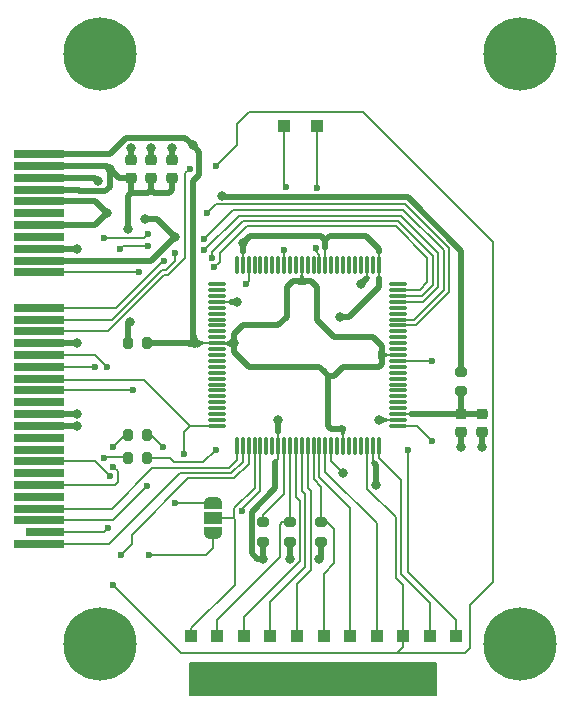
<source format=gbr>
%TF.GenerationSoftware,KiCad,Pcbnew,8.0.6*%
%TF.CreationDate,2024-12-27T08:32:01-06:00*%
%TF.ProjectId,RECESSIM-CW312T-SAM4C32,52454345-5353-4494-9d2d-435733313254,rev?*%
%TF.SameCoordinates,Original*%
%TF.FileFunction,Copper,L1,Top*%
%TF.FilePolarity,Positive*%
%FSLAX46Y46*%
G04 Gerber Fmt 4.6, Leading zero omitted, Abs format (unit mm)*
G04 Created by KiCad (PCBNEW 8.0.6) date 2024-12-27 08:32:01*
%MOMM*%
%LPD*%
G01*
G04 APERTURE LIST*
G04 Aperture macros list*
%AMRoundRect*
0 Rectangle with rounded corners*
0 $1 Rounding radius*
0 $2 $3 $4 $5 $6 $7 $8 $9 X,Y pos of 4 corners*
0 Add a 4 corners polygon primitive as box body*
4,1,4,$2,$3,$4,$5,$6,$7,$8,$9,$2,$3,0*
0 Add four circle primitives for the rounded corners*
1,1,$1+$1,$2,$3*
1,1,$1+$1,$4,$5*
1,1,$1+$1,$6,$7*
1,1,$1+$1,$8,$9*
0 Add four rect primitives between the rounded corners*
20,1,$1+$1,$2,$3,$4,$5,0*
20,1,$1+$1,$4,$5,$6,$7,0*
20,1,$1+$1,$6,$7,$8,$9,0*
20,1,$1+$1,$8,$9,$2,$3,0*%
%AMFreePoly0*
4,1,19,0.550000,-0.750000,0.000000,-0.750000,0.000000,-0.744911,-0.071157,-0.744911,-0.207708,-0.704816,-0.327430,-0.627875,-0.420627,-0.520320,-0.479746,-0.390866,-0.500000,-0.250000,-0.500000,0.250000,-0.479746,0.390866,-0.420627,0.520320,-0.327430,0.627875,-0.207708,0.704816,-0.071157,0.744911,0.000000,0.744911,0.000000,0.750000,0.550000,0.750000,0.550000,-0.750000,0.550000,-0.750000,
$1*%
%AMFreePoly1*
4,1,19,0.000000,0.744911,0.071157,0.744911,0.207708,0.704816,0.327430,0.627875,0.420627,0.520320,0.479746,0.390866,0.500000,0.250000,0.500000,-0.250000,0.479746,-0.390866,0.420627,-0.520320,0.327430,-0.627875,0.207708,-0.704816,0.071157,-0.744911,0.000000,-0.744911,0.000000,-0.750000,-0.550000,-0.750000,-0.550000,0.750000,0.000000,0.750000,0.000000,0.744911,0.000000,0.744911,
$1*%
G04 Aperture macros list end*
%TA.AperFunction,SMDPad,CuDef*%
%ADD10RoundRect,0.070000X-0.667500X-0.070000X0.667500X-0.070000X0.667500X0.070000X-0.667500X0.070000X0*%
%TD*%
%TA.AperFunction,SMDPad,CuDef*%
%ADD11RoundRect,0.070000X-0.070000X-0.667500X0.070000X-0.667500X0.070000X0.667500X-0.070000X0.667500X0*%
%TD*%
%TA.AperFunction,SMDPad,CuDef*%
%ADD12R,1.000000X1.000000*%
%TD*%
%TA.AperFunction,SMDPad,CuDef*%
%ADD13RoundRect,0.200000X-0.275000X0.200000X-0.275000X-0.200000X0.275000X-0.200000X0.275000X0.200000X0*%
%TD*%
%TA.AperFunction,ConnectorPad*%
%ADD14R,4.300000X0.700000*%
%TD*%
%TA.AperFunction,ConnectorPad*%
%ADD15R,3.200000X0.700000*%
%TD*%
%TA.AperFunction,ComponentPad*%
%ADD16C,1.000000*%
%TD*%
%TA.AperFunction,ComponentPad*%
%ADD17C,6.200000*%
%TD*%
%TA.AperFunction,SMDPad,CuDef*%
%ADD18RoundRect,0.225000X-0.250000X0.225000X-0.250000X-0.225000X0.250000X-0.225000X0.250000X0.225000X0*%
%TD*%
%TA.AperFunction,SMDPad,CuDef*%
%ADD19RoundRect,0.200000X0.275000X-0.200000X0.275000X0.200000X-0.275000X0.200000X-0.275000X-0.200000X0*%
%TD*%
%TA.AperFunction,SMDPad,CuDef*%
%ADD20RoundRect,0.200000X-0.200000X-0.275000X0.200000X-0.275000X0.200000X0.275000X-0.200000X0.275000X0*%
%TD*%
%TA.AperFunction,SMDPad,CuDef*%
%ADD21RoundRect,0.225000X0.250000X-0.225000X0.250000X0.225000X-0.250000X0.225000X-0.250000X-0.225000X0*%
%TD*%
%TA.AperFunction,SMDPad,CuDef*%
%ADD22FreePoly0,90.000000*%
%TD*%
%TA.AperFunction,SMDPad,CuDef*%
%ADD23R,1.500000X1.000000*%
%TD*%
%TA.AperFunction,SMDPad,CuDef*%
%ADD24FreePoly1,90.000000*%
%TD*%
%TA.AperFunction,ViaPad*%
%ADD25C,0.800000*%
%TD*%
%TA.AperFunction,ViaPad*%
%ADD26C,0.600000*%
%TD*%
%TA.AperFunction,Conductor*%
%ADD27C,0.200000*%
%TD*%
%TA.AperFunction,Conductor*%
%ADD28C,0.500000*%
%TD*%
G04 APERTURE END LIST*
D10*
%TO.P,U1,1,PB6*%
%TO.N,unconnected-(U1-PB6-Pad1)*%
X150882434Y-89030542D03*
%TO.P,U1,2,PB7*%
%TO.N,unconnected-(U1-PB7-Pad2)*%
X150882434Y-89530542D03*
%TO.P,U1,3,PB18*%
%TO.N,unconnected-(U1-PB18-Pad3)*%
X150882434Y-90030542D03*
%TO.P,U1,4,GND_1*%
%TO.N,GND*%
X150882434Y-90530542D03*
%TO.P,U1,5,PB19*%
%TO.N,unconnected-(U1-PB19-Pad5)*%
X150882434Y-91030542D03*
%TO.P,U1,6,PB8*%
%TO.N,unconnected-(U1-PB8-Pad6)*%
X150882434Y-91530542D03*
%TO.P,U1,7,PB22*%
%TO.N,unconnected-(U1-PB22-Pad7)*%
X150882434Y-92030542D03*
%TO.P,U1,8,PB30*%
%TO.N,unconnected-(U1-PB30-Pad8)*%
X150882434Y-92530542D03*
%TO.P,U1,9,PB25*%
%TO.N,unconnected-(U1-PB25-Pad9)*%
X150882434Y-93030542D03*
%TO.P,U1,10,PB24*%
%TO.N,unconnected-(U1-PB24-Pad10)*%
X150882434Y-93530542D03*
%TO.P,U1,11,VDDCORE_1*%
%TO.N,/SHUNTL*%
X150882434Y-94030542D03*
%TO.P,U1,12,PB29*%
%TO.N,unconnected-(U1-PB29-Pad12)*%
X150882434Y-94530542D03*
%TO.P,U1,13,PB9*%
%TO.N,unconnected-(U1-PB9-Pad13)*%
X150882434Y-95030542D03*
%TO.P,U1,14,PB10*%
%TO.N,unconnected-(U1-PB10-Pad14)*%
X150882434Y-95530542D03*
%TO.P,U1,15,PB11*%
%TO.N,unconnected-(U1-PB11-Pad15)*%
X150882434Y-96030542D03*
%TO.P,U1,16,PB12*%
%TO.N,unconnected-(U1-PB12-Pad16)*%
X150882434Y-96530542D03*
%TO.P,U1,17,PB14*%
%TO.N,unconnected-(U1-PB14-Pad17)*%
X150882434Y-97030542D03*
%TO.P,U1,18,PB15*%
%TO.N,unconnected-(U1-PB15-Pad18)*%
X150882434Y-97530542D03*
%TO.P,U1,19,PA26/PGMD14*%
%TO.N,unconnected-(U1-PA26{slash}PGMD14-Pad19)*%
X150882434Y-98030542D03*
%TO.P,U1,20,PA25/PGMD13*%
%TO.N,unconnected-(U1-PA25{slash}PGMD13-Pad20)*%
X150882434Y-98530542D03*
%TO.P,U1,21,PA24/PGMD12*%
%TO.N,unconnected-(U1-PA24{slash}PGMD12-Pad21)*%
X150882434Y-99030542D03*
%TO.P,U1,22,PA20/PGMD8*%
%TO.N,unconnected-(U1-PA20{slash}PGMD8-Pad22)*%
X150882434Y-99530542D03*
%TO.P,U1,23,PA19/PGMD7*%
%TO.N,unconnected-(U1-PA19{slash}PGMD7-Pad23)*%
X150882434Y-100030542D03*
%TO.P,U1,24,PA18/PGMD6*%
%TO.N,unconnected-(U1-PA18{slash}PGMD6-Pad24)*%
X150882434Y-100530542D03*
%TO.P,U1,25,PA8/PGMM0*%
%TO.N,/GPIO3*%
X150882434Y-101030542D03*
D11*
%TO.P,U1,26,TDI/PB0*%
%TO.N,/JTAG_TDI*%
X152544934Y-102693042D03*
%TO.P,U1,27,TCK/SWCLK/PB3*%
%TO.N,/JTAG_TCK*%
X153044934Y-102693042D03*
%TO.P,U1,28,TMS/SDWIO/PB2*%
%TO.N,/JTAG_TMS*%
X153544934Y-102693042D03*
%TO.P,U1,29,ERASE/PC9*%
%TO.N,Net-(JP1-C)*%
X154044934Y-102693042D03*
%TO.P,U1,30,TDO/TRACESWO/PB1/RTCOUT0*%
%TO.N,/JTAG_TDO*%
X154544934Y-102693042D03*
%TO.P,U1,31,PC1*%
%TO.N,unconnected-(U1-PC1-Pad31)*%
X155044934Y-102693042D03*
%TO.P,U1,32,PC6*%
%TO.N,unconnected-(U1-PC6-Pad32)*%
X155544934Y-102693042D03*
%TO.P,U1,33,VDDIO_1*%
%TO.N,VCC*%
X156044934Y-102693042D03*
%TO.P,U1,34,VDDBU*%
%TO.N,Net-(U1-VDDBU)*%
X156544934Y-102693042D03*
%TO.P,U1,35,FWUP*%
%TO.N,Net-(U1-FWUP)*%
X157044934Y-102693042D03*
%TO.P,U1,36,JTAGSEL*%
%TO.N,Net-(U1-JTAGSEL)*%
X157544934Y-102693042D03*
%TO.P,U1,37,SHDN*%
%TO.N,Net-(U1-SHDN)*%
X158044934Y-102693042D03*
%TO.P,U1,38,TST*%
%TO.N,Net-(U1-TST)*%
X158544934Y-102693042D03*
%TO.P,U1,39,WKUP0/TMP0*%
%TO.N,Net-(U1-WKUP0{slash}TMP0)*%
X159044934Y-102693042D03*
%TO.P,U1,40,XIN32*%
%TO.N,Net-(U1-XIN32)*%
X159544934Y-102693042D03*
%TO.P,U1,41,XOUT32*%
%TO.N,Net-(U1-XOUT32)*%
X160044934Y-102693042D03*
%TO.P,U1,42,GND_2*%
%TO.N,GND*%
X160544934Y-102693042D03*
%TO.P,U1,43,PB4*%
%TO.N,unconnected-(U1-PB4-Pad43)*%
X161044934Y-102693042D03*
%TO.P,U1,44,VDDCORE_2*%
%TO.N,/SHUNTL*%
X161544934Y-102693042D03*
%TO.P,U1,45,PB5*%
%TO.N,unconnected-(U1-PB5-Pad45)*%
X162044934Y-102693042D03*
%TO.P,U1,46,PC7*%
%TO.N,unconnected-(U1-PC7-Pad46)*%
X162544934Y-102693042D03*
%TO.P,U1,47,PC0*%
%TO.N,unconnected-(U1-PC0-Pad47)*%
X163044934Y-102693042D03*
%TO.P,U1,48,NRST*%
%TO.N,/nRST*%
X163544934Y-102693042D03*
%TO.P,U1,49,VDDIO_2*%
%TO.N,VCC*%
X164044934Y-102693042D03*
%TO.P,U1,50,PA30/XOUT*%
%TO.N,Net-(U1-PA30{slash}XOUT)*%
X164544934Y-102693042D03*
D10*
%TO.P,U1,51,PA31/XIN*%
%TO.N,Net-(U1-PA31{slash}XIN)*%
X166207434Y-101030542D03*
%TO.P,U1,52,GND_3*%
%TO.N,GND*%
X166207434Y-100530542D03*
%TO.P,U1,53,VDDPLL*%
%TO.N,Net-(U1-VDDPLL)*%
X166207434Y-100030542D03*
%TO.P,U1,54,PC8*%
%TO.N,unconnected-(U1-PC8-Pad54)*%
X166207434Y-99530542D03*
%TO.P,U1,55,PC5*%
%TO.N,unconnected-(U1-PC5-Pad55)*%
X166207434Y-99030542D03*
%TO.P,U1,56,PC4*%
%TO.N,unconnected-(U1-PC4-Pad56)*%
X166207434Y-98530542D03*
%TO.P,U1,57,PC3*%
%TO.N,unconnected-(U1-PC3-Pad57)*%
X166207434Y-98030542D03*
%TO.P,U1,58,PC2*%
%TO.N,unconnected-(U1-PC2-Pad58)*%
X166207434Y-97530542D03*
%TO.P,U1,59,PA29*%
%TO.N,unconnected-(U1-PA29-Pad59)*%
X166207434Y-97030542D03*
%TO.P,U1,60,PA28*%
%TO.N,unconnected-(U1-PA28-Pad60)*%
X166207434Y-96530542D03*
%TO.P,U1,61,PA27/PGMD15*%
%TO.N,unconnected-(U1-PA27{slash}PGMD15-Pad61)*%
X166207434Y-96030542D03*
%TO.P,U1,62,PA6/PGMNOE*%
%TO.N,Net-(U1-PA6{slash}PGMNOE)*%
X166207434Y-95530542D03*
%TO.P,U1,63,VDDCORE_3*%
%TO.N,/SHUNTL*%
X166207434Y-95030542D03*
%TO.P,U1,64,PA3*%
%TO.N,unconnected-(U1-PA3-Pad64)*%
X166207434Y-94530542D03*
%TO.P,U1,65,PA21/PGMD9*%
%TO.N,unconnected-(U1-PA21{slash}PGMD9-Pad65)*%
X166207434Y-94030542D03*
%TO.P,U1,66,PA22/PGMD10*%
%TO.N,unconnected-(U1-PA22{slash}PGMD10-Pad66)*%
X166207434Y-93530542D03*
%TO.P,U1,67,PA23/PGMD11*%
%TO.N,unconnected-(U1-PA23{slash}PGMD11-Pad67)*%
X166207434Y-93030542D03*
%TO.P,U1,68,PA9/PGMM1*%
%TO.N,/GPIO2_RX*%
X166207434Y-92530542D03*
%TO.P,U1,69,PA10/PGMM2*%
%TO.N,/GPIO1_TX*%
X166207434Y-92030542D03*
%TO.P,U1,70,PA11/PGMM3*%
%TO.N,unconnected-(U1-PA11{slash}PGMM3-Pad70)*%
X166207434Y-91530542D03*
%TO.P,U1,71,PA13/PGMD1*%
%TO.N,unconnected-(U1-PA13{slash}PGMD1-Pad71)*%
X166207434Y-91030542D03*
%TO.P,U1,72,PA14/PGMD2*%
%TO.N,/LED3*%
X166207434Y-90530542D03*
%TO.P,U1,73,PA15/PGMD3*%
%TO.N,/LED2*%
X166207434Y-90030542D03*
%TO.P,U1,74,PA16/PGMD4*%
%TO.N,/LED1*%
X166207434Y-89530542D03*
%TO.P,U1,75,PA17/PGMD5*%
%TO.N,unconnected-(U1-PA17{slash}PGMD5-Pad75)*%
X166207434Y-89030542D03*
D11*
%TO.P,U1,76,VDDIO_3*%
%TO.N,VCC*%
X164544934Y-87368042D03*
%TO.P,U1,77,ADVREF*%
%TO.N,unconnected-(U1-ADVREF-Pad77)*%
X164044934Y-87368042D03*
%TO.P,U1,78,GND_4*%
%TO.N,GND*%
X163544934Y-87368042D03*
%TO.P,U1,79,PB31/AD5*%
%TO.N,unconnected-(U1-PB31{slash}AD5-Pad79)*%
X163044934Y-87368042D03*
%TO.P,U1,80,PB23/AD4*%
%TO.N,unconnected-(U1-PB23{slash}AD4-Pad80)*%
X162544934Y-87368042D03*
%TO.P,U1,81,PB13/AD3*%
%TO.N,unconnected-(U1-PB13{slash}AD3-Pad81)*%
X162044934Y-87368042D03*
%TO.P,U1,82,PA5/AD2/PGMRDY*%
%TO.N,unconnected-(U1-PA5{slash}AD2{slash}PGMRDY-Pad82)*%
X161544934Y-87368042D03*
%TO.P,U1,83,PA4/AD1/PGMNCMD*%
%TO.N,unconnected-(U1-PA4{slash}AD1{slash}PGMNCMD-Pad83)*%
X161044934Y-87368042D03*
%TO.P,U1,84,PA12/AD0/PGMD0*%
%TO.N,unconnected-(U1-PA12{slash}AD0{slash}PGMD0-Pad84)*%
X160544934Y-87368042D03*
%TO.P,U1,85,VDDIN*%
%TO.N,VCC*%
X160044934Y-87368042D03*
%TO.P,U1,86,VDDOUT*%
%TO.N,Net-(U1-VDDOUT)*%
X159544934Y-87368042D03*
%TO.P,U1,87,PB21*%
%TO.N,unconnected-(U1-PB21-Pad87)*%
X159044934Y-87368042D03*
%TO.P,U1,88,PB20*%
%TO.N,unconnected-(U1-PB20-Pad88)*%
X158544934Y-87368042D03*
%TO.P,U1,89,VDDCORE_4*%
%TO.N,/SHUNTL*%
X158044934Y-87368042D03*
%TO.P,U1,90,PA0/PGMEN0*%
%TO.N,unconnected-(U1-PA0{slash}PGMEN0-Pad90)*%
X157544934Y-87368042D03*
%TO.P,U1,91,PB27/TMP2*%
%TO.N,unconnected-(U1-PB27{slash}TMP2-Pad91)*%
X157044934Y-87368042D03*
%TO.P,U1,92,VDDLCD*%
%TO.N,Net-(U1-VDDLCD)*%
X156544934Y-87368042D03*
%TO.P,U1,93,PB26*%
%TO.N,unconnected-(U1-PB26-Pad93)*%
X156044934Y-87368042D03*
%TO.P,U1,94,PB28/TMP3*%
%TO.N,unconnected-(U1-PB28{slash}TMP3-Pad94)*%
X155544934Y-87368042D03*
%TO.P,U1,95,PB16/TMP1*%
%TO.N,unconnected-(U1-PB16{slash}TMP1-Pad95)*%
X155044934Y-87368042D03*
%TO.P,U1,96,PA1/PGMEN1*%
%TO.N,unconnected-(U1-PA1{slash}PGMEN1-Pad96)*%
X154544934Y-87368042D03*
%TO.P,U1,97,PB17*%
%TO.N,unconnected-(U1-PB17-Pad97)*%
X154044934Y-87368042D03*
%TO.P,U1,98,PA7/PGMNVALID*%
%TO.N,/GPIO4*%
X153544934Y-87368042D03*
%TO.P,U1,99,VDDIO_4*%
%TO.N,VCC*%
X153044934Y-87368042D03*
%TO.P,U1,100,PA2*%
%TO.N,unconnected-(U1-PA2-Pad100)*%
X152544934Y-87368042D03*
%TD*%
D12*
%TO.P,TP15,1,1*%
%TO.N,/nRST*%
X166644934Y-118780542D03*
%TD*%
D13*
%TO.P,R7,1*%
%TO.N,VCC1.2*%
X171550000Y-96450000D03*
%TO.P,R7,2*%
%TO.N,Net-(U1-VDDPLL)*%
X171550000Y-98100000D03*
%TD*%
D14*
%TO.P,P1,B1*%
%TO.N,/SHUNTL*%
X135794934Y-78030542D03*
%TO.P,P1,B2*%
%TO.N,/FILT_HP*%
X135794934Y-79030542D03*
%TO.P,P1,B3*%
%TO.N,GND*%
X135794934Y-80030542D03*
%TO.P,P1,B4*%
%TO.N,/FILT_HP*%
X135794934Y-81030542D03*
%TO.P,P1,B5*%
%TO.N,VCC1.2*%
X135794934Y-82030542D03*
%TO.P,P1,B6*%
%TO.N,/VCC1.0*%
X135794934Y-83030542D03*
%TO.P,P1,B7*%
%TO.N,VCC1.2*%
X135794934Y-84030542D03*
%TO.P,P1,B8*%
%TO.N,/VCC1.8*%
X135794934Y-85030542D03*
%TO.P,P1,B9*%
%TO.N,GND*%
X135794934Y-86030542D03*
%TO.P,P1,B10*%
%TO.N,VCC*%
X135794934Y-87030542D03*
%TO.P,P1,B11*%
%TO.N,/LED1*%
X135794934Y-88030542D03*
%TO.P,P1,B12*%
%TO.N,/LED2*%
X135794934Y-91030542D03*
%TO.P,P1,B13*%
%TO.N,/LED3*%
X135794934Y-92030542D03*
%TO.P,P1,B14*%
%TO.N,/nRST*%
X135794934Y-93030542D03*
%TO.P,P1,B15*%
%TO.N,GND*%
X135794934Y-94030542D03*
%TO.P,P1,B16*%
%TO.N,/GPIO1_TX*%
X135794934Y-95030542D03*
%TO.P,P1,B17*%
%TO.N,/GPIO2_RX*%
X135794934Y-96030542D03*
%TO.P,P1,B18*%
%TO.N,/GPIO3*%
X135794934Y-97030542D03*
%TO.P,P1,B19*%
%TO.N,/GPIO4*%
X135794934Y-98030542D03*
%TO.P,P1,B20*%
%TO.N,/SCK*%
X135794934Y-99030542D03*
%TO.P,P1,B21*%
%TO.N,GND*%
X135794934Y-100030542D03*
%TO.P,P1,B22*%
X135794934Y-101030542D03*
%TO.P,P1,B23*%
%TO.N,/MISO*%
X135794934Y-102030542D03*
%TO.P,P1,B24*%
%TO.N,/MOSI*%
X135794934Y-103030542D03*
%TO.P,P1,B25*%
%TO.N,/BOOT_MODE*%
X135794934Y-104030542D03*
%TO.P,P1,B26*%
%TO.N,/CS*%
X135794934Y-105030542D03*
%TO.P,P1,B27*%
%TO.N,/CLKIN*%
X135794934Y-106030542D03*
%TO.P,P1,B28*%
%TO.N,unconnected-(P1-PadB28)*%
X135794934Y-107030542D03*
%TO.P,P1,B29*%
%TO.N,/JTAG_TDI*%
X135794934Y-108030542D03*
%TO.P,P1,B30*%
%TO.N,/JTAG_TDO*%
X135794934Y-109030542D03*
D15*
%TO.P,P1,B31*%
%TO.N,/JTAG_TMS*%
X136344934Y-110030542D03*
D14*
%TO.P,P1,B32*%
%TO.N,/JTAG_TCK*%
X135794934Y-111030542D03*
D16*
%TO.P,P1,MH1,MH*%
%TO.N,GND*%
X140994934Y-121880542D03*
X139334934Y-121190542D03*
X142654934Y-121190542D03*
X138644934Y-119530542D03*
D17*
X140994934Y-119530542D03*
D16*
X143344934Y-119530542D03*
X139334934Y-117870542D03*
X142654934Y-117870542D03*
X140994934Y-117180542D03*
%TO.P,P1,MH2,MH*%
X140984934Y-71880542D03*
X139324934Y-71190542D03*
X142644934Y-71190542D03*
X138644934Y-69530542D03*
D17*
X140994934Y-69530542D03*
D16*
X143344934Y-69530542D03*
X139324934Y-67870542D03*
X142644934Y-67870542D03*
X140984934Y-67180542D03*
%TO.P,P1,MH3,MH*%
X176544934Y-121880542D03*
X174884934Y-121190542D03*
X178204934Y-121190542D03*
X174194934Y-119530542D03*
D17*
X176544934Y-119530542D03*
D16*
X178894934Y-119530542D03*
X174884934Y-117870542D03*
X178204934Y-117870542D03*
X176544934Y-117180542D03*
%TO.P,P1,MH4,MH*%
X176544934Y-71880542D03*
X174884934Y-71190542D03*
X178204934Y-71190542D03*
X174194934Y-69530542D03*
D17*
X176544934Y-69530542D03*
D16*
X178894934Y-69530542D03*
X174884934Y-67870542D03*
X178204934Y-67870542D03*
X176544934Y-67180542D03*
%TD*%
D18*
%TO.P,C5,1*%
%TO.N,Net-(U1-VDDPLL)*%
X173294934Y-100005542D03*
%TO.P,C5,2*%
%TO.N,GND*%
X173294934Y-101555542D03*
%TD*%
D19*
%TO.P,R6,1*%
%TO.N,VCC*%
X159694934Y-110855542D03*
%TO.P,R6,2*%
%TO.N,Net-(U1-WKUP0{slash}TMP0)*%
X159694934Y-109205542D03*
%TD*%
D20*
%TO.P,R3,1*%
%TO.N,/FILT_HP*%
X143294934Y-94030542D03*
%TO.P,R3,2*%
%TO.N,/SHUNTL*%
X144944934Y-94030542D03*
%TD*%
D12*
%TO.P,TP14,1,1*%
%TO.N,Net-(U1-XOUT32)*%
X164394934Y-118780542D03*
%TD*%
%TO.P,TP7,1,1*%
%TO.N,Net-(U1-JTAGSEL)*%
X153144934Y-118780542D03*
%TD*%
%TO.P,TP10,1,1*%
%TO.N,Net-(U1-TST)*%
X157644934Y-118780542D03*
%TD*%
D21*
%TO.P,C3,1*%
%TO.N,/FILT_HP*%
X147044934Y-80055542D03*
%TO.P,C3,2*%
%TO.N,GND*%
X147044934Y-78505542D03*
%TD*%
D12*
%TO.P,TP9,1,1*%
%TO.N,Net-(U1-VDDLCD)*%
X156544934Y-75630542D03*
%TD*%
%TO.P,TP8,1,1*%
%TO.N,Net-(U1-SHDN)*%
X155394934Y-118780542D03*
%TD*%
%TO.P,TP16,1,1*%
%TO.N,Net-(U1-PA30{slash}XOUT)*%
X168894934Y-118780542D03*
%TD*%
%TO.P,TP13,1,1*%
%TO.N,Net-(U1-XIN32)*%
X162144934Y-118780542D03*
%TD*%
D20*
%TO.P,R2,1*%
%TO.N,/CLKIN*%
X143294934Y-101780542D03*
%TO.P,R2,2*%
%TO.N,Net-(U1-PA31{slash}XIN)*%
X144944934Y-101780542D03*
%TD*%
D21*
%TO.P,C2,1*%
%TO.N,/FILT_HP*%
X145294934Y-80030542D03*
%TO.P,C2,2*%
%TO.N,GND*%
X145294934Y-78480542D03*
%TD*%
D18*
%TO.P,C4,1*%
%TO.N,Net-(U1-VDDPLL)*%
X171544934Y-100005542D03*
%TO.P,C4,2*%
%TO.N,GND*%
X171544934Y-101555542D03*
%TD*%
D22*
%TO.P,JP1,1,A*%
%TO.N,/BOOT_MODE*%
X150544934Y-110130542D03*
D23*
%TO.P,JP1,2,C*%
%TO.N,Net-(JP1-C)*%
X150544934Y-108830542D03*
D24*
%TO.P,JP1,3,B*%
%TO.N,/GPIO3*%
X150544934Y-107530542D03*
%TD*%
D12*
%TO.P,TP22,1,1*%
%TO.N,Net-(U1-PA6{slash}PGMNOE)*%
X171094934Y-118780542D03*
%TD*%
%TO.P,TP11,1,1*%
%TO.N,Net-(U1-VDDOUT)*%
X159294934Y-75630542D03*
%TD*%
%TO.P,TP12,1,1*%
%TO.N,Net-(U1-WKUP0{slash}TMP0)*%
X159894934Y-118780542D03*
%TD*%
D19*
%TO.P,R5,1*%
%TO.N,VCC*%
X157044934Y-110855542D03*
%TO.P,R5,2*%
%TO.N,Net-(U1-FWUP)*%
X157044934Y-109205542D03*
%TD*%
D20*
%TO.P,R1,1*%
%TO.N,/CLK_FROM_SAM*%
X143294934Y-103780542D03*
%TO.P,R1,2*%
%TO.N,Net-(U1-PA6{slash}PGMNOE)*%
X144944934Y-103780542D03*
%TD*%
D21*
%TO.P,C1,1*%
%TO.N,/FILT_HP*%
X143544934Y-80030542D03*
%TO.P,C1,2*%
%TO.N,GND*%
X143544934Y-78480542D03*
%TD*%
D19*
%TO.P,R4,1*%
%TO.N,VCC*%
X154794934Y-110855542D03*
%TO.P,R4,2*%
%TO.N,Net-(U1-VDDBU)*%
X154794934Y-109205542D03*
%TD*%
D12*
%TO.P,TP6,1,1*%
%TO.N,Net-(U1-FWUP)*%
X150894934Y-118780542D03*
%TD*%
%TO.P,TP5,1,1*%
%TO.N,Net-(JP1-C)*%
X148644934Y-118780542D03*
%TD*%
D25*
%TO.N,GND*%
X161544934Y-105030542D03*
X145294934Y-77530542D03*
X164544934Y-100530542D03*
X163044934Y-89030542D03*
X139044934Y-94030542D03*
X152544934Y-90530542D03*
X171544934Y-102780542D03*
X139044934Y-101030542D03*
X143544934Y-77530542D03*
X139044934Y-100030542D03*
X139044930Y-86030542D03*
X140794934Y-80280542D03*
X147044934Y-77530542D03*
X173294934Y-102780542D03*
%TO.N,/FILT_HP*%
X143494934Y-92200000D03*
X141794934Y-79280550D03*
X143294934Y-84380542D03*
D26*
%TO.N,/SHUNTL*%
X158044934Y-88780542D03*
D25*
X152294934Y-94030542D03*
X148794934Y-77280542D03*
X148994934Y-94030542D03*
D26*
X161544934Y-101280542D03*
X164794934Y-95030542D03*
D25*
%TO.N,VCC1.2*%
X151294934Y-81530542D03*
X141544934Y-83030542D03*
D26*
%TO.N,/BOOT_MODE*%
X141794930Y-105280542D03*
X145150000Y-112000000D03*
%TO.N,/GPIO3*%
X147350000Y-107550000D03*
X148044934Y-103430542D03*
%TO.N,/GPIO4*%
X143794934Y-98030542D03*
X153294934Y-89030542D03*
%TO.N,/GPIO1_TX*%
X145044934Y-85780542D03*
X141550000Y-96050004D03*
X149794934Y-85180542D03*
X142650000Y-86080542D03*
%TO.N,/LED3*%
X149744934Y-86180542D03*
X147344934Y-86430542D03*
%TO.N,/nRST*%
X148544934Y-79280542D03*
X142044934Y-114530542D03*
X150794934Y-79030542D03*
%TO.N,/CLK_FROM_SAM*%
X141294934Y-103780542D03*
%TO.N,/JTAG_TDO*%
X152995392Y-108253452D03*
X144950000Y-106150000D03*
D25*
%TO.N,VCC*%
X164294934Y-106030542D03*
X159544934Y-112280542D03*
X144794934Y-83530542D03*
X161294934Y-91780542D03*
X154794934Y-112280542D03*
X153044934Y-85530542D03*
X147294934Y-85030542D03*
X156044934Y-100530542D03*
X157044934Y-112280542D03*
D26*
%TO.N,/LED1*%
X150623771Y-87611518D03*
X144294934Y-88030536D03*
%TO.N,/CLKIN*%
X142063727Y-104474159D03*
X142044934Y-102780542D03*
%TO.N,/GPIO2_RX*%
X150044934Y-83030542D03*
X141294934Y-85130542D03*
X140550000Y-96030542D03*
X145044934Y-84780542D03*
%TO.N,/LED2*%
X146394934Y-87080542D03*
X150444934Y-86780542D03*
%TO.N,/JTAG_TMS*%
X141650000Y-109700008D03*
X142750000Y-111950000D03*
%TO.N,Net-(U1-PA31{slash}XIN)*%
X146294934Y-102780542D03*
X169044934Y-102280542D03*
%TO.N,Net-(U1-PA6{slash}PGMNOE)*%
X150794934Y-103030542D03*
X167044934Y-103030542D03*
X169044934Y-95530542D03*
%TO.N,Net-(U1-VDDOUT)*%
X159244934Y-85927326D03*
X159345905Y-80880542D03*
%TO.N,Net-(U1-VDDLCD)*%
X156692212Y-80820197D03*
X156544934Y-86130542D03*
%TD*%
D27*
%TO.N,Net-(U1-PA30{slash}XOUT)*%
X166444934Y-105930000D02*
X166444934Y-113580542D01*
X164544934Y-102693042D02*
X164544934Y-103732014D01*
X164544934Y-103732014D02*
X166444934Y-105632014D01*
X166444934Y-105632014D02*
X166444934Y-105930000D01*
D28*
%TO.N,GND*%
X145319934Y-78505542D02*
X145294934Y-78480542D01*
D27*
X160544934Y-104030542D02*
X161544934Y-105030542D01*
D28*
X171544934Y-101555542D02*
X171544934Y-102780542D01*
X135794934Y-80030542D02*
X140544934Y-80030542D01*
X152544934Y-90530542D02*
X152044934Y-90530542D01*
X143544934Y-78480542D02*
X143544934Y-77530542D01*
D27*
X152044934Y-90530542D02*
X150882434Y-90530542D01*
D28*
X135794934Y-100030542D02*
X139044934Y-100030542D01*
X135794934Y-94030542D02*
X139044934Y-94030542D01*
D27*
X160544934Y-102693042D02*
X160544934Y-104030542D01*
X166207434Y-100530542D02*
X164544934Y-100530542D01*
X163544934Y-87368042D02*
X163544934Y-88530542D01*
D28*
X135794934Y-101030542D02*
X139044934Y-101030542D01*
X173294934Y-101555542D02*
X173294934Y-102780542D01*
X135794934Y-86030542D02*
X139044930Y-86030542D01*
X145294934Y-78480542D02*
X145294934Y-77530542D01*
X147044934Y-78505542D02*
X147044934Y-77530542D01*
X163044934Y-89030542D02*
X163544934Y-88530542D01*
X140544934Y-80030542D02*
X140794934Y-80280542D01*
%TO.N,/FILT_HP*%
X145544934Y-81280542D02*
X145294934Y-81030542D01*
X135794934Y-81030542D02*
X139094934Y-81030542D01*
X142544926Y-80030542D02*
X141794934Y-79280550D01*
X143544934Y-81280542D02*
X143544934Y-80030542D01*
X139094934Y-81030542D02*
X139244934Y-81180542D01*
X143544934Y-81280542D02*
X143294934Y-81530542D01*
X147044934Y-80055542D02*
X147044934Y-81030542D01*
X147019934Y-80030542D02*
X147044934Y-80055542D01*
X141394934Y-81180542D02*
X139244934Y-81180542D01*
X145294934Y-80030542D02*
X145294934Y-81030542D01*
X141794934Y-80780542D02*
X141794934Y-79280550D01*
X143294934Y-92400000D02*
X143494934Y-92200000D01*
X135794934Y-79030542D02*
X141544926Y-79030542D01*
X146794934Y-81280542D02*
X145544934Y-81280542D01*
X143294934Y-94030542D02*
X143294934Y-92400000D01*
X145044934Y-81280542D02*
X143544934Y-81280542D01*
X145294934Y-81030542D02*
X145044934Y-81280542D01*
X143544934Y-80030542D02*
X142544926Y-80030542D01*
X141394934Y-81180542D02*
X141794934Y-80780542D01*
X143294934Y-81530542D02*
X143294934Y-84380542D01*
X147044934Y-81030542D02*
X146794934Y-81280542D01*
X141544926Y-79030542D02*
X141794934Y-79280550D01*
%TO.N,/SHUNTL*%
X164044934Y-93530542D02*
X160794934Y-93530542D01*
X135794934Y-78030542D02*
X141772141Y-78030542D01*
X148844934Y-80258360D02*
X148844934Y-93880542D01*
X148144934Y-76630542D02*
X148794934Y-77280542D01*
D27*
X161544934Y-102693042D02*
X161544934Y-101280542D01*
D28*
X160294934Y-101030542D02*
X160544934Y-101280542D01*
X152294934Y-94030542D02*
X152294934Y-93280542D01*
D27*
X158044934Y-87368042D02*
X158044934Y-88780542D01*
D28*
X160794934Y-93530542D02*
X159294934Y-92030542D01*
X141772141Y-78030542D02*
X143172141Y-76630542D01*
X148794934Y-77280542D02*
X149344934Y-77830542D01*
X156044934Y-92530542D02*
X156794934Y-91780542D01*
X148844934Y-93880542D02*
X148994934Y-94030542D01*
X152294934Y-93280542D02*
X153044934Y-92530542D01*
X144944934Y-94030542D02*
X148994934Y-94030542D01*
X149344934Y-79758360D02*
X148844934Y-80258360D01*
X164794934Y-94280542D02*
X164044934Y-93530542D01*
X164794934Y-95780542D02*
X164794934Y-95030542D01*
X159294934Y-89280542D02*
X158794934Y-88780542D01*
X156794934Y-89280542D02*
X157294934Y-88780542D01*
X143172141Y-76630542D02*
X148144934Y-76630542D01*
X160544934Y-101280542D02*
X161544934Y-101280542D01*
X157294934Y-88780542D02*
X158044934Y-88780542D01*
D27*
X149294934Y-94030542D02*
X150882434Y-94030542D01*
D28*
X153544934Y-96030542D02*
X159544934Y-96030542D01*
D27*
X166207434Y-95030542D02*
X164794934Y-95030542D01*
D28*
X152294934Y-94030542D02*
X152294934Y-94780542D01*
X159294934Y-92030542D02*
X159294934Y-89280542D01*
X152294934Y-94780542D02*
X153544934Y-96030542D01*
X158044934Y-88780542D02*
X157994934Y-88730542D01*
X160794934Y-96780542D02*
X161544934Y-96030542D01*
X156794934Y-91780542D02*
X156794934Y-89280542D01*
X158794934Y-88780542D02*
X158044934Y-88780542D01*
X164544934Y-96030542D02*
X164794934Y-95780542D01*
X153044934Y-92530542D02*
X156044934Y-92530542D01*
X149344934Y-77830542D02*
X149344934Y-79758360D01*
X159544934Y-96030542D02*
X159919934Y-96405542D01*
X161544934Y-96030542D02*
X164544934Y-96030542D01*
X159919934Y-96405542D02*
X160294934Y-96780542D01*
X164794934Y-95030542D02*
X164794934Y-94280542D01*
X148994934Y-94030542D02*
X149294934Y-94030542D01*
X160294934Y-96780542D02*
X160294934Y-101030542D01*
D27*
X150882434Y-94030542D02*
X152294934Y-94030542D01*
D28*
X160294934Y-96780542D02*
X160794934Y-96780542D01*
%TO.N,VCC1.2*%
X140544934Y-84030542D02*
X141544934Y-83030542D01*
X140544934Y-82030542D02*
X135794934Y-82030542D01*
X171550000Y-86187080D02*
X167043462Y-81680542D01*
X151444934Y-81680542D02*
X151294934Y-81530542D01*
X171550000Y-96450000D02*
X171550000Y-86187080D01*
X167043462Y-81680542D02*
X151444934Y-81680542D01*
X141544934Y-83030542D02*
X140544934Y-82030542D01*
X135794934Y-84030542D02*
X140544934Y-84030542D01*
D27*
%TO.N,/BOOT_MODE*%
X150544934Y-110130542D02*
X150544934Y-111355066D01*
X141794930Y-105280542D02*
X140544930Y-104030542D01*
X140544930Y-104030542D02*
X135794934Y-104030542D01*
X149900000Y-112000000D02*
X145150000Y-112000000D01*
X150544934Y-111355066D02*
X149900000Y-112000000D01*
%TO.N,/GPIO3*%
X148544934Y-101030542D02*
X148044934Y-101530542D01*
X148044934Y-101530542D02*
X148044934Y-103430542D01*
X144694934Y-97180542D02*
X135944934Y-97180542D01*
X150882434Y-101030542D02*
X148544934Y-101030542D01*
X135944934Y-97180542D02*
X135794934Y-97030542D01*
X150544934Y-107530542D02*
X147369458Y-107530542D01*
X148544934Y-101030542D02*
X144694934Y-97180542D01*
X147369458Y-107530542D02*
X147350000Y-107550000D01*
%TO.N,Net-(JP1-C)*%
X152350000Y-108935608D02*
X152244934Y-108830542D01*
X154044934Y-106284671D02*
X152345392Y-107984213D01*
X148644934Y-118180542D02*
X152350000Y-114475476D01*
X148644934Y-118780542D02*
X148644934Y-118180542D01*
X152244934Y-108830542D02*
X150544934Y-108830542D01*
X152350000Y-114475476D02*
X152350000Y-108935608D01*
X152345392Y-108730084D02*
X152244934Y-108830542D01*
X154044934Y-102693042D02*
X154044934Y-106284671D01*
X152345392Y-107984213D02*
X152345392Y-108730084D01*
%TO.N,/GPIO4*%
X153544934Y-88780542D02*
X153294934Y-89030542D01*
X153544934Y-87368042D02*
X153544934Y-88780542D01*
X143794934Y-98030542D02*
X135794934Y-98030542D01*
%TO.N,/GPIO1_TX*%
X140530538Y-95030542D02*
X141550000Y-96050004D01*
X135794934Y-95030542D02*
X140530538Y-95030542D01*
X152244934Y-82730542D02*
X166594934Y-82730542D01*
X170044934Y-89529290D02*
X167543682Y-92030542D01*
X142950000Y-85780542D02*
X142650000Y-86080542D01*
X170044934Y-86180542D02*
X170044934Y-89529290D01*
X167543682Y-92030542D02*
X166207434Y-92030542D01*
X145044934Y-85780542D02*
X142950000Y-85780542D01*
X166594934Y-82730542D02*
X170044934Y-86180542D01*
X149794934Y-85180542D02*
X152244934Y-82730542D01*
%TO.N,/LED3*%
X152694934Y-83230542D02*
X166444934Y-83230542D01*
X141967335Y-92030542D02*
X135794934Y-92030542D01*
X146173938Y-87823939D02*
X141967335Y-92030542D01*
X168344934Y-90530542D02*
X166207434Y-90530542D01*
X149744934Y-86180542D02*
X152694934Y-83230542D01*
X147344934Y-86430542D02*
X147344934Y-87052943D01*
X169594934Y-86380542D02*
X169594934Y-89280542D01*
X166444934Y-83230542D02*
X169594934Y-86380542D01*
X147344934Y-87052943D02*
X146573938Y-87823939D01*
X146573938Y-87823939D02*
X146173938Y-87823939D01*
X169594934Y-89280542D02*
X168344934Y-90530542D01*
%TO.N,/nRST*%
X166100000Y-120300000D02*
X165464392Y-120300000D01*
X172300000Y-116200000D02*
X172300000Y-119850000D01*
X174244934Y-85480542D02*
X174244934Y-114255066D01*
X135794934Y-93030542D02*
X141603731Y-93030542D01*
X165984273Y-113869881D02*
X166644934Y-114530542D01*
X172300000Y-119850000D02*
X171850000Y-120300000D01*
X163544934Y-106341203D02*
X165984273Y-108780542D01*
X146742136Y-88292137D02*
X148194934Y-86839339D01*
X166644934Y-114530542D02*
X166644934Y-118780542D01*
X152594934Y-75430542D02*
X153594934Y-74430542D01*
X148194934Y-86839339D02*
X148194934Y-79630542D01*
X174244934Y-114255066D02*
X172300000Y-116200000D01*
X141603731Y-93030542D02*
X146342136Y-88292137D01*
X166644934Y-119755066D02*
X166100000Y-120300000D01*
X146342136Y-88292137D02*
X146742136Y-88292137D01*
X150794934Y-79030542D02*
X152594934Y-77230542D01*
X142044934Y-114530542D02*
X147814392Y-120300000D01*
X147814392Y-120300000D02*
X165464392Y-120300000D01*
X163544934Y-102693042D02*
X163544934Y-106341203D01*
X163194934Y-74430542D02*
X174244934Y-85480542D01*
X153594934Y-74430542D02*
X163194934Y-74430542D01*
X171850000Y-120300000D02*
X166100000Y-120300000D01*
X166644934Y-118780542D02*
X166644934Y-119755066D01*
X152594934Y-77230542D02*
X152594934Y-75430542D01*
X165984273Y-108780542D02*
X165984273Y-113869881D01*
X148194934Y-79630542D02*
X148544934Y-79280542D01*
%TO.N,/CLK_FROM_SAM*%
X141444934Y-103630542D02*
X143144934Y-103630542D01*
X141294934Y-103780542D02*
X141444934Y-103630542D01*
X143144934Y-103630542D02*
X143294934Y-103780542D01*
%TO.N,/JTAG_TDO*%
X142100000Y-109000000D02*
X144950000Y-106150000D01*
X154544934Y-102693042D02*
X154544934Y-106502725D01*
X135794934Y-109030542D02*
X135825476Y-109000000D01*
X152995392Y-108052267D02*
X152995392Y-108253452D01*
X154544934Y-106502725D02*
X152995392Y-108052267D01*
X135825476Y-109000000D02*
X142100000Y-109000000D01*
D28*
%TO.N,VCC*%
X155794934Y-106280542D02*
X155794934Y-104080542D01*
X145294934Y-87030542D02*
X135794934Y-87030542D01*
X164544934Y-86030542D02*
X164544934Y-86280542D01*
X147294934Y-85030542D02*
X145794934Y-83530542D01*
D27*
X160044934Y-87368042D02*
X160044934Y-85980542D01*
D28*
X160044934Y-85330542D02*
X160044934Y-85980542D01*
X159644934Y-84930542D02*
X160044934Y-85330542D01*
X162044934Y-91780542D02*
X164544934Y-89280542D01*
X164294934Y-104330542D02*
X164144934Y-104180542D01*
X154794934Y-112280542D02*
X154794934Y-110855542D01*
X153044934Y-85530542D02*
X153044934Y-86280542D01*
D27*
X156044934Y-103830542D02*
X155794934Y-104080542D01*
D28*
X161294934Y-91780542D02*
X162044934Y-91780542D01*
D27*
X156044934Y-101530542D02*
X156044934Y-102693042D01*
X153044934Y-86280542D02*
X153044934Y-87368042D01*
D28*
X156044934Y-100530542D02*
X156044934Y-101530542D01*
D27*
X164544934Y-87368042D02*
X164544934Y-88530542D01*
D28*
X154294934Y-112280542D02*
X153794934Y-111780542D01*
D27*
X164044934Y-104080542D02*
X164144934Y-104180542D01*
D28*
X160044934Y-85330542D02*
X160444934Y-84930542D01*
X145794934Y-83530542D02*
X144794934Y-83530542D01*
D27*
X156044934Y-102693042D02*
X156044934Y-103830542D01*
D28*
X153794934Y-111780542D02*
X153794934Y-108280542D01*
X157044934Y-112280542D02*
X157044934Y-110855542D01*
D27*
X164044934Y-102693042D02*
X164044934Y-104080542D01*
D28*
X164544934Y-89280542D02*
X164544934Y-88530542D01*
X164294934Y-106030542D02*
X164294934Y-104330542D01*
X159694934Y-110855542D02*
X159694934Y-112130542D01*
X147294934Y-85030542D02*
X145294934Y-87030542D01*
X153044934Y-85530542D02*
X153644934Y-84930542D01*
X159694934Y-112130542D02*
X159544934Y-112280542D01*
X153794934Y-108280542D02*
X155794934Y-106280542D01*
X160444934Y-84930542D02*
X163444934Y-84930542D01*
X154794934Y-112280542D02*
X154294934Y-112280542D01*
X163444934Y-84930542D02*
X164544934Y-86030542D01*
X153644934Y-84930542D02*
X159644934Y-84930542D01*
D27*
X164544934Y-86280542D02*
X164544934Y-87368042D01*
%TO.N,/LED1*%
X144294934Y-88030542D02*
X144294934Y-88030536D01*
X165994934Y-84130542D02*
X153380927Y-84130542D01*
X166207434Y-89530542D02*
X168032190Y-89530542D01*
X153380927Y-84130542D02*
X151094934Y-86416535D01*
X168032190Y-89530542D02*
X168688562Y-88874170D01*
X168688562Y-86824170D02*
X165994934Y-84130542D01*
X151094934Y-87140355D02*
X150623771Y-87611518D01*
X168688562Y-88874170D02*
X168688562Y-86824170D01*
X135794934Y-88030542D02*
X144294934Y-88030542D01*
X151094934Y-86416535D02*
X151094934Y-87140355D01*
%TO.N,/CLKIN*%
X142444934Y-104855366D02*
X142063727Y-104474159D01*
X143044934Y-101780542D02*
X142044934Y-102780542D01*
X142214173Y-106030542D02*
X142444934Y-105799781D01*
X143294934Y-101780542D02*
X143044934Y-101780542D01*
X135794934Y-106030542D02*
X142214173Y-106030542D01*
X142444934Y-105799781D02*
X142444934Y-104855366D01*
X135794934Y-106030542D02*
X135944934Y-106180542D01*
%TO.N,/GPIO2_RX*%
X170494934Y-89730542D02*
X167694934Y-92530542D01*
X144694934Y-85130542D02*
X141294934Y-85130542D01*
X167694934Y-92530542D02*
X166207434Y-92530542D01*
X145044934Y-84780542D02*
X144694934Y-85130542D01*
X150044934Y-83030542D02*
X150794934Y-82280542D01*
X150794934Y-82280542D02*
X166794934Y-82280542D01*
X170494934Y-85980542D02*
X170494934Y-89730542D01*
X135794934Y-96030542D02*
X140550000Y-96030542D01*
X166794934Y-82280542D02*
X170494934Y-85980542D01*
%TO.N,/JTAG_TCK*%
X141738689Y-111030542D02*
X135794934Y-111030542D01*
X153044934Y-104066938D02*
X152081330Y-105030542D01*
X152081330Y-105030542D02*
X147738689Y-105030542D01*
X153044934Y-102693042D02*
X153044934Y-104066938D01*
X147738689Y-105030542D02*
X141738689Y-111030542D01*
%TO.N,/JTAG_TDI*%
X152544934Y-103930542D02*
X152544934Y-102693042D01*
X151894934Y-104580542D02*
X152544934Y-103930542D01*
X145400000Y-104580542D02*
X151894934Y-104580542D01*
X141950000Y-108030542D02*
X145400000Y-104580542D01*
X135794934Y-108030542D02*
X141950000Y-108030542D01*
%TO.N,/LED2*%
X169144934Y-89080542D02*
X169144934Y-86630542D01*
X142330939Y-91030542D02*
X135794934Y-91030542D01*
X169144934Y-86630542D02*
X166194934Y-83680542D01*
X166194934Y-83680542D02*
X153094934Y-83680542D01*
X146394934Y-87080542D02*
X146280939Y-87080542D01*
X168194934Y-90030542D02*
X169144934Y-89080542D01*
X153094934Y-83680542D02*
X150444934Y-86330542D01*
X150444934Y-86330542D02*
X150444934Y-86780542D01*
X146280939Y-87080542D02*
X142330939Y-91030542D01*
X166207434Y-90030542D02*
X168194934Y-90030542D01*
%TO.N,/JTAG_TMS*%
X148419458Y-105480542D02*
X143650000Y-110250000D01*
X136344934Y-110030542D02*
X141319466Y-110030542D01*
X153544934Y-102693042D02*
X153544934Y-104280542D01*
X141319466Y-110030542D02*
X141650000Y-109700008D01*
X143650000Y-110250000D02*
X143650000Y-111050000D01*
X143650000Y-111050000D02*
X142750000Y-111950000D01*
X152344934Y-105480542D02*
X148419458Y-105480542D01*
X153544934Y-104280542D02*
X152344934Y-105480542D01*
%TO.N,Net-(U1-PA31{slash}XIN)*%
X145294934Y-101780542D02*
X146294934Y-102780542D01*
X167794934Y-101030542D02*
X169044934Y-102280542D01*
X144944934Y-101780542D02*
X145294934Y-101780542D01*
X166207434Y-101030542D02*
X167794934Y-101030542D01*
%TO.N,Net-(U1-PA6{slash}PGMNOE)*%
X149694934Y-104130542D02*
X147244934Y-104130542D01*
X169044934Y-95530542D02*
X166207434Y-95530542D01*
X146894934Y-103780542D02*
X144944934Y-103780542D01*
X147244934Y-104130542D02*
X146894934Y-103780542D01*
X167044934Y-113380542D02*
X171094934Y-117430542D01*
X150794934Y-103030542D02*
X149694934Y-104130542D01*
X171094934Y-117430542D02*
X171094934Y-118780542D01*
X167044934Y-103030542D02*
X167044934Y-113380542D01*
%TO.N,Net-(U1-VDDBU)*%
X154794934Y-108580542D02*
X156544934Y-106830542D01*
X154794934Y-109205542D02*
X154794934Y-108580542D01*
X156544934Y-106830542D02*
X156544934Y-102693042D01*
%TO.N,Net-(U1-PA30{slash}XOUT)*%
X168894934Y-116030542D02*
X168894934Y-118780542D01*
X166444934Y-113580542D02*
X168894934Y-116030542D01*
%TO.N,Net-(U1-XIN32)*%
X159544934Y-102693042D02*
X159544934Y-105394146D01*
X159544934Y-105394146D02*
X162144934Y-107994146D01*
X162144934Y-107994146D02*
X162144934Y-118780542D01*
%TO.N,Net-(U1-XOUT32)*%
X160044934Y-104907750D02*
X160044934Y-102693042D01*
X164394934Y-118780542D02*
X164394934Y-109257750D01*
X164394934Y-109257750D02*
X160044934Y-104907750D01*
%TO.N,Net-(U1-TST)*%
X158794934Y-106530542D02*
X158544934Y-106280542D01*
X157644934Y-118780542D02*
X157644934Y-114405542D01*
X158544934Y-106280542D02*
X158544934Y-102693042D01*
X157644934Y-114405542D02*
X158794934Y-113255542D01*
X158794934Y-113255542D02*
X158794934Y-106530542D01*
X157644934Y-118780542D02*
X157719934Y-118705542D01*
%TO.N,Net-(U1-WKUP0{slash}TMP0)*%
X160219934Y-109205542D02*
X160794934Y-109780542D01*
X159694934Y-106180542D02*
X159694934Y-109205542D01*
X159694934Y-109205542D02*
X160219934Y-109205542D01*
X159044934Y-102693042D02*
X159044934Y-105530542D01*
X160794934Y-109780542D02*
X160794934Y-112630542D01*
X159894934Y-113530542D02*
X159894934Y-118780542D01*
X160794934Y-112630542D02*
X159894934Y-113530542D01*
X159044934Y-105530542D02*
X159694934Y-106180542D01*
%TO.N,Net-(U1-SHDN)*%
X158344934Y-112980542D02*
X155394934Y-115930542D01*
X158044934Y-106530542D02*
X158344934Y-106830542D01*
X158044934Y-102693042D02*
X158044934Y-106530542D01*
X158344934Y-106830542D02*
X158344934Y-112980542D01*
X155394934Y-115930542D02*
X155394934Y-118780542D01*
%TO.N,Net-(U1-JTAGSEL)*%
X157544934Y-107030542D02*
X157894934Y-107380542D01*
X157544934Y-102693042D02*
X157544934Y-107030542D01*
X157894934Y-107380542D02*
X157894934Y-112491203D01*
X153144934Y-117241203D02*
X153144934Y-118780542D01*
X157894934Y-112491203D02*
X153144934Y-117241203D01*
%TO.N,Net-(U1-FWUP)*%
X156369934Y-109205542D02*
X156194934Y-109380542D01*
X156194934Y-112130542D02*
X150894934Y-117430542D01*
X157044934Y-109205542D02*
X157044934Y-102693042D01*
X150894934Y-117430542D02*
X150894934Y-118780542D01*
X156194934Y-109380542D02*
X156194934Y-112130542D01*
X157044934Y-109205542D02*
X156369934Y-109205542D01*
%TO.N,Net-(U1-VDDOUT)*%
X159294934Y-80829571D02*
X159345905Y-80880542D01*
X159244934Y-86227422D02*
X159244934Y-85927326D01*
X159544934Y-87368042D02*
X159544934Y-86527422D01*
X159294934Y-75630542D02*
X159294934Y-80829571D01*
X159544934Y-86527422D02*
X159244934Y-86227422D01*
%TO.N,Net-(U1-VDDLCD)*%
X156544934Y-75630542D02*
X156544934Y-80672919D01*
X156544934Y-80672919D02*
X156692212Y-80820197D01*
X156544934Y-87368042D02*
X156544934Y-86130542D01*
D28*
%TO.N,Net-(U1-VDDPLL)*%
X171550000Y-98100000D02*
X171550000Y-100000476D01*
X171544934Y-100005542D02*
X173294934Y-100005542D01*
D27*
X166207434Y-100030542D02*
X167294934Y-100030542D01*
D28*
X171544934Y-100005542D02*
X167319934Y-100005542D01*
X171550000Y-100000476D02*
X171544934Y-100005542D01*
%TD*%
%TA.AperFunction,NonConductor*%
G36*
X169443039Y-121069685D02*
G01*
X169488794Y-121122489D01*
X169500000Y-121174000D01*
X169500000Y-123776000D01*
X169480315Y-123843039D01*
X169427511Y-123888794D01*
X169376000Y-123900000D01*
X148624000Y-123900000D01*
X148556961Y-123880315D01*
X148511206Y-123827511D01*
X148500000Y-123776000D01*
X148500000Y-121174000D01*
X148519685Y-121106961D01*
X148572489Y-121061206D01*
X148624000Y-121050000D01*
X169376000Y-121050000D01*
X169443039Y-121069685D01*
G37*
%TD.AperFunction*%
%TA.AperFunction,Conductor*%
%TO.N,GND*%
G36*
X164708802Y-100165487D02*
G01*
X165337734Y-100427542D01*
X165344053Y-100433887D01*
X165344934Y-100438342D01*
X165344934Y-100622741D01*
X165341507Y-100631014D01*
X165337734Y-100633541D01*
X164708804Y-100895595D01*
X164699849Y-100895614D01*
X164693505Y-100889297D01*
X164545809Y-100535041D01*
X164545789Y-100526092D01*
X164693506Y-100171784D01*
X164699852Y-100165468D01*
X164708802Y-100165487D01*
G37*
%TD.AperFunction*%
%TD*%
%TA.AperFunction,Conductor*%
%TO.N,/SHUNTL*%
G36*
X149095550Y-93263806D02*
G01*
X149097999Y-93267396D01*
X149359723Y-93866565D01*
X149359894Y-93875518D01*
X149353684Y-93881970D01*
X149353503Y-93882047D01*
X148997109Y-94030635D01*
X148992578Y-94031536D01*
X148606605Y-94030571D01*
X148598340Y-94027123D01*
X148594934Y-94018871D01*
X148594934Y-93272079D01*
X148598361Y-93263806D01*
X148606634Y-93260379D01*
X149087277Y-93260379D01*
X149095550Y-93263806D01*
G37*
%TD.AperFunction*%
%TD*%
%TA.AperFunction,Conductor*%
%TO.N,/SHUNTL*%
G36*
X161811785Y-101391038D02*
G01*
X161818097Y-101397390D01*
X161818264Y-101405847D01*
X161647741Y-101872855D01*
X161641685Y-101879451D01*
X161636751Y-101880542D01*
X161453117Y-101880542D01*
X161444844Y-101877115D01*
X161442127Y-101872855D01*
X161271603Y-101405844D01*
X161271984Y-101396900D01*
X161278081Y-101391038D01*
X161540424Y-101281425D01*
X161549378Y-101281399D01*
X161811785Y-101391038D01*
G37*
%TD.AperFunction*%
%TD*%
%TA.AperFunction,Conductor*%
%TO.N,/SHUNTL*%
G36*
X152167629Y-93082526D02*
G01*
X152505160Y-93420057D01*
X152507945Y-93424508D01*
X152660890Y-93867064D01*
X152660354Y-93876003D01*
X152654320Y-93881691D01*
X152298723Y-94029381D01*
X152289768Y-94029390D01*
X152289733Y-94029375D01*
X151934955Y-93881460D01*
X151928637Y-93875113D01*
X151928196Y-93867488D01*
X152148095Y-93087623D01*
X152153639Y-93080591D01*
X152162531Y-93079538D01*
X152167629Y-93082526D01*
G37*
%TD.AperFunction*%
%TD*%
%TA.AperFunction,Conductor*%
%TO.N,/SHUNTL*%
G36*
X158145024Y-88183969D02*
G01*
X158147741Y-88188229D01*
X158318264Y-88655236D01*
X158317883Y-88664183D01*
X158311785Y-88670045D01*
X158049445Y-88779657D01*
X158040490Y-88779684D01*
X158040423Y-88779657D01*
X157778082Y-88670045D01*
X157771770Y-88663693D01*
X157771603Y-88655239D01*
X157942127Y-88188228D01*
X157948183Y-88181633D01*
X157953117Y-88180542D01*
X158136751Y-88180542D01*
X158145024Y-88183969D01*
G37*
%TD.AperFunction*%
%TD*%
%TA.AperFunction,Conductor*%
%TO.N,/SHUNTL*%
G36*
X148989876Y-93634977D02*
G01*
X148994769Y-93642477D01*
X148994969Y-93644604D01*
X148995934Y-94030542D01*
X148995934Y-94030600D01*
X148994969Y-94416479D01*
X148991521Y-94424744D01*
X148983240Y-94428150D01*
X148981113Y-94427950D01*
X148204478Y-94282331D01*
X148196978Y-94277438D01*
X148194934Y-94270831D01*
X148194934Y-93790252D01*
X148198361Y-93781979D01*
X148204476Y-93778752D01*
X148981114Y-93633133D01*
X148989876Y-93634977D01*
G37*
%TD.AperFunction*%
%TD*%
%TA.AperFunction,Conductor*%
%TO.N,/SHUNTL*%
G36*
X165082261Y-95030499D02*
G01*
X165090522Y-95033953D01*
X165093921Y-95042238D01*
X165093881Y-95043171D01*
X165045828Y-95619814D01*
X165041726Y-95627774D01*
X165034168Y-95630542D01*
X164555700Y-95630542D01*
X164547427Y-95627115D01*
X164544040Y-95619814D01*
X164495986Y-95043171D01*
X164498714Y-95034641D01*
X164506674Y-95030539D01*
X164507587Y-95030499D01*
X164794934Y-95029542D01*
X165082261Y-95030499D01*
G37*
%TD.AperFunction*%
%TD*%
%TA.AperFunction,Conductor*%
%TO.N,/SHUNTL*%
G36*
X161540834Y-100984322D02*
G01*
X161544936Y-100992282D01*
X161544976Y-100993215D01*
X161545934Y-101280542D01*
X161545934Y-101280620D01*
X161544976Y-101567868D01*
X161541522Y-101576130D01*
X161533237Y-101579529D01*
X161532304Y-101579489D01*
X160955662Y-101531436D01*
X160947702Y-101527334D01*
X160944934Y-101519776D01*
X160944934Y-101041308D01*
X160948361Y-101033035D01*
X160955662Y-101029648D01*
X161532305Y-100981594D01*
X161540834Y-100984322D01*
G37*
%TD.AperFunction*%
%TD*%
%TA.AperFunction,Conductor*%
%TO.N,/SHUNTL*%
G36*
X158040834Y-88484322D02*
G01*
X158044936Y-88492282D01*
X158044976Y-88493215D01*
X158045934Y-88780542D01*
X158045934Y-88780620D01*
X158044976Y-89067868D01*
X158041522Y-89076130D01*
X158033237Y-89079529D01*
X158032304Y-89079489D01*
X157455662Y-89031436D01*
X157447702Y-89027334D01*
X157444934Y-89019776D01*
X157444934Y-88541308D01*
X157448361Y-88533035D01*
X157455662Y-88529648D01*
X158032305Y-88481594D01*
X158040834Y-88484322D01*
G37*
%TD.AperFunction*%
%TD*%
%TA.AperFunction,Conductor*%
%TO.N,/SHUNTL*%
G36*
X149158802Y-93665487D02*
G01*
X149787734Y-93927542D01*
X149794053Y-93933887D01*
X149794934Y-93938342D01*
X149794934Y-94122741D01*
X149791507Y-94131014D01*
X149787734Y-94133541D01*
X149158804Y-94395595D01*
X149149849Y-94395614D01*
X149143505Y-94389297D01*
X148995809Y-94035041D01*
X148995789Y-94026092D01*
X149143506Y-93671784D01*
X149149852Y-93665468D01*
X149158802Y-93665487D01*
G37*
%TD.AperFunction*%
%TD*%
%TA.AperFunction,Conductor*%
%TO.N,/SHUNTL*%
G36*
X165387247Y-94927735D02*
G01*
X165393843Y-94933791D01*
X165394934Y-94938725D01*
X165394934Y-95122358D01*
X165391507Y-95130631D01*
X165387247Y-95133348D01*
X164920239Y-95303872D01*
X164911292Y-95303491D01*
X164905430Y-95297393D01*
X164795817Y-95035051D01*
X164795791Y-95026098D01*
X164795796Y-95026084D01*
X164905430Y-94763689D01*
X164911782Y-94757378D01*
X164920236Y-94757211D01*
X165387247Y-94927735D01*
G37*
%TD.AperFunction*%
%TD*%
%TA.AperFunction,Conductor*%
%TO.N,/SHUNTL*%
G36*
X152654321Y-94179393D02*
G01*
X152660646Y-94185730D01*
X152660890Y-94194019D01*
X152507945Y-94636575D01*
X152505160Y-94641026D01*
X152167629Y-94978557D01*
X152159356Y-94981984D01*
X152151083Y-94978557D01*
X152148095Y-94973459D01*
X152126573Y-94897135D01*
X151928196Y-94193595D01*
X151929249Y-94184705D01*
X151934953Y-94179624D01*
X152289734Y-94031707D01*
X152298686Y-94031687D01*
X152654321Y-94179393D01*
G37*
%TD.AperFunction*%
%TD*%
%TA.AperFunction,Conductor*%
%TO.N,/SHUNTL*%
G36*
X158057552Y-88481593D02*
G01*
X158634206Y-88529648D01*
X158642166Y-88533750D01*
X158644934Y-88541308D01*
X158644934Y-89019776D01*
X158641507Y-89028049D01*
X158634206Y-89031436D01*
X158057563Y-89079489D01*
X158049033Y-89076761D01*
X158044931Y-89068801D01*
X158044891Y-89067887D01*
X158043934Y-88780542D01*
X158044891Y-88493213D01*
X158048345Y-88484953D01*
X158056630Y-88481554D01*
X158057552Y-88481593D01*
G37*
%TD.AperFunction*%
%TD*%
%TA.AperFunction,Conductor*%
%TO.N,/SHUNTL*%
G36*
X165042441Y-94433969D02*
G01*
X165045828Y-94441270D01*
X165093881Y-95017912D01*
X165091153Y-95026442D01*
X165083193Y-95030544D01*
X165082260Y-95030584D01*
X164794973Y-95031541D01*
X164794895Y-95031541D01*
X164507607Y-95030584D01*
X164499345Y-95027130D01*
X164495946Y-95018845D01*
X164495986Y-95017912D01*
X164544040Y-94441270D01*
X164548142Y-94433310D01*
X164555700Y-94430542D01*
X165034168Y-94430542D01*
X165042441Y-94433969D01*
G37*
%TD.AperFunction*%
%TD*%
%TA.AperFunction,Conductor*%
%TO.N,/SHUNTL*%
G36*
X152146362Y-93671786D02*
G01*
X152294057Y-94026040D01*
X152294078Y-94034994D01*
X152294057Y-94035044D01*
X152146362Y-94389297D01*
X152140015Y-94395615D01*
X152131063Y-94395595D01*
X151802648Y-94258755D01*
X151798875Y-94256228D01*
X151736601Y-94193954D01*
X151634163Y-94146186D01*
X151587488Y-94140042D01*
X151520074Y-94140042D01*
X151515574Y-94139142D01*
X151502134Y-94133542D01*
X151495815Y-94127197D01*
X151494934Y-94122742D01*
X151494934Y-93938342D01*
X151498361Y-93930069D01*
X151502134Y-93927542D01*
X151515574Y-93921942D01*
X151520074Y-93921042D01*
X151587488Y-93921042D01*
X151634165Y-93914897D01*
X151736601Y-93867130D01*
X151798882Y-93804848D01*
X151802641Y-93802330D01*
X152131065Y-93665487D01*
X152140018Y-93665469D01*
X152146362Y-93671786D01*
G37*
%TD.AperFunction*%
%TD*%
M02*

</source>
